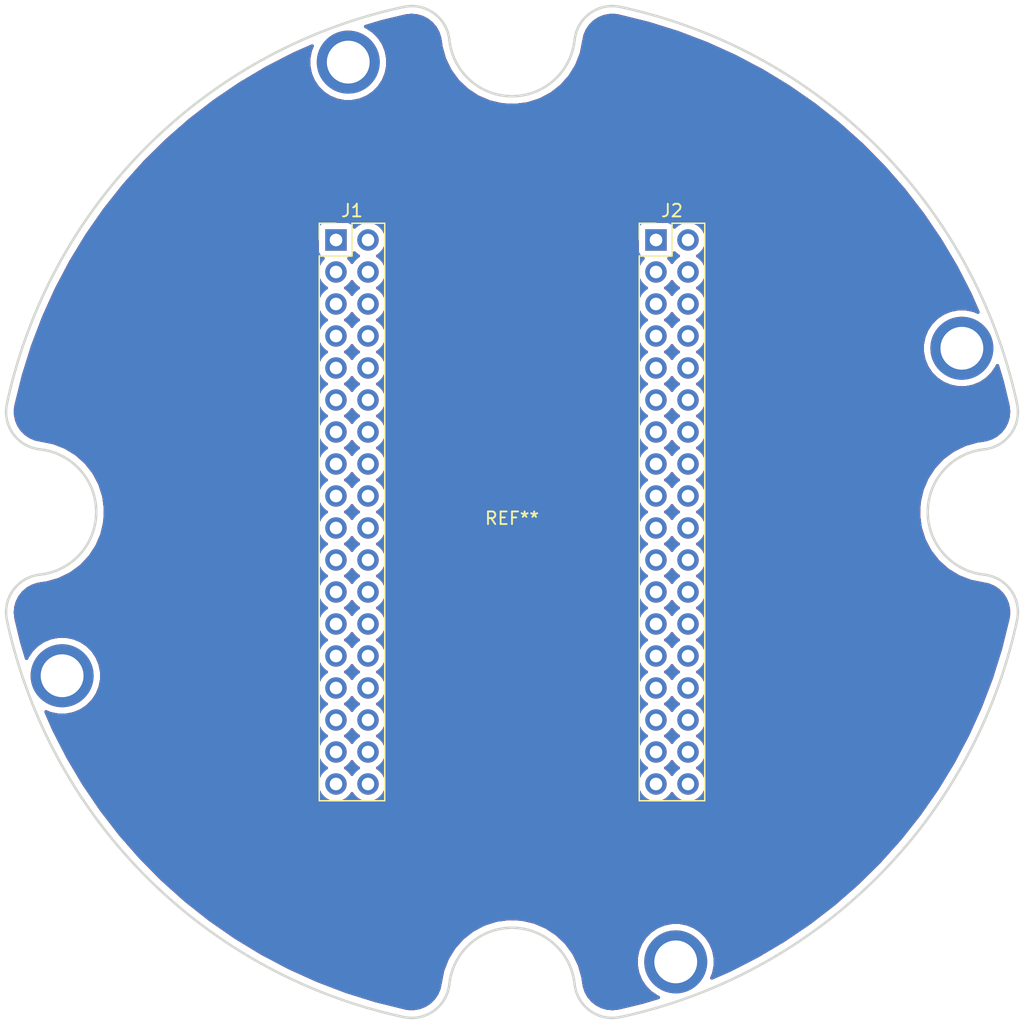
<source format=kicad_pcb>
(kicad_pcb (version 20171130) (host pcbnew "(5.1.4)-1")
  (layers (0 F.Cu signal) (31 B.Cu signal) (34 B.Paste user) (35 F.Paste user) (36 B.SilkS user) (37 F.SilkS user) (38 B.Mask user) (39 F.Mask user) (44 Edge.Cuts user))
  (net 0 "")
  (net 1 "Net-(J1-Pad1)")
  (net 2 "Net-(J1-Pad2)")
  (net 3 "Net-(J1-Pad3)")
  (net 4 "Net-(J1-Pad4)")
  (net 5 "Net-(J1-Pad5)")
  (net 6 "Net-(J1-Pad6)")
  (net 7 "Net-(J1-Pad7)")
  (net 8 "Net-(J1-Pad8)")
  (net 9 "Net-(J1-Pad9)")
  (net 10 "Net-(J1-Pad10)")
  (net 11 "Net-(J1-Pad11)")
  (net 12 "Net-(J1-Pad12)")
  (net 13 "Net-(J1-Pad13)")
  (net 14 "Net-(J1-Pad14)")
  (net 15 "Net-(J1-Pad15)")
  (net 16 "Net-(J1-Pad16)")
  (net 17 "Net-(J1-Pad17)")
  (net 18 "Net-(J1-Pad18)")
  (net 19 "Net-(J1-Pad19)")
  (net 20 "Net-(J1-Pad20)")
  (net 21 "Net-(J1-Pad21)")
  (net 22 "Net-(J1-Pad22)")
  (net 23 "Net-(J1-Pad23)")
  (net 24 "Net-(J1-Pad24)")
  (net 25 "Net-(J1-Pad25)")
  (net 26 "Net-(J1-Pad26)")
  (net 27 "Net-(J1-Pad27)")
  (net 28 "Net-(J1-Pad28)")
  (net 29 "Net-(J1-Pad29)")
  (net 30 "Net-(J1-Pad30)")
  (net 31 "Net-(J1-Pad31)")
  (net 32 "Net-(J1-Pad32)")
  (net 33 "Net-(J1-Pad33)")
  (net 34 "Net-(J1-Pad34)")
  (net 35 "Net-(J1-Pad35)")
  (net 36 "Net-(J1-Pad36)")
  (net 37 "Net-(J2-Pad36)")
  (net 38 "Net-(J2-Pad35)")
  (net 39 "Net-(J2-Pad34)")
  (net 40 "Net-(J2-Pad33)")
  (net 41 "Net-(J2-Pad32)")
  (net 42 "Net-(J2-Pad31)")
  (net 43 "Net-(J2-Pad30)")
  (net 44 "Net-(J2-Pad29)")
  (net 45 "Net-(J2-Pad28)")
  (net 46 "Net-(J2-Pad27)")
  (net 47 "Net-(J2-Pad26)")
  (net 48 "Net-(J2-Pad25)")
  (net 49 "Net-(J2-Pad24)")
  (net 50 "Net-(J2-Pad23)")
  (net 51 "Net-(J2-Pad22)")
  (net 52 "Net-(J2-Pad21)")
  (net 53 "Net-(J2-Pad20)")
  (net 54 "Net-(J2-Pad19)")
  (net 55 "Net-(J2-Pad18)")
  (net 56 "Net-(J2-Pad17)")
  (net 57 "Net-(J2-Pad16)")
  (net 58 "Net-(J2-Pad15)")
  (net 59 "Net-(J2-Pad14)")
  (net 60 "Net-(J2-Pad13)")
  (net 61 "Net-(J2-Pad12)")
  (net 62 "Net-(J2-Pad11)")
  (net 63 "Net-(J2-Pad10)")
  (net 64 "Net-(J2-Pad9)")
  (net 65 "Net-(J2-Pad8)")
  (net 66 "Net-(J2-Pad7)")
  (net 67 "Net-(J2-Pad6)")
  (net 68 "Net-(J2-Pad5)")
  (net 69 "Net-(J2-Pad4)")
  (net 70 "Net-(J2-Pad3)")
  (net 71 "Net-(J2-Pad2)")
  (net 72 "Net-(J2-Pad1)")
  (module k7arx:AVB88-PCB (layer F.Cu) (at 152.4 101.6)
    (fp_text reference REF** (at 0 0.5) (layer F.SilkS))
    (fp_text value AVB88-PCB)
    (fp_arc (start -38 0) (end -37.473684 4.972222) (angle -167.9153432) (layer Edge.Cuts) (width 0.2))
    (fp_arc (start -37.157894 7.955555) (end -37.473684 4.972222) (angle -96.04232842) (layer Edge.Cuts) (width 0.2))
    (fp_arc (start 0 -38) (end -4.972222 -37.473684) (angle -167.9153432) (layer Edge.Cuts) (width 0.2))
    (fp_arc (start 0 0) (end 40.091412 -8.583625) (angle -65.83068632) (layer Edge.Cuts) (width 0.2))
    (fp_arc (start 0 0) (end -40.091412 8.583625) (angle -65.83068632) (layer Edge.Cuts) (width 0.2))
    (fp_arc (start 0 0) (end -8.583625 -40.091412) (angle -65.83068632) (layer Edge.Cuts) (width 0.2))
    (fp_arc (start 7.955555 37.157894) (end 4.972222 37.473684) (angle -96.04232842) (layer Edge.Cuts) (width 0.2))
    (fp_arc (start -37.157894 -7.955555) (end -40.091412 -8.583625) (angle -96.04232842) (layer Edge.Cuts) (width 0.2))
    (fp_arc (start -7.955555 37.157894) (end -8.583625 40.091412) (angle -96.04232842) (layer Edge.Cuts) (width 0.2))
    (fp_arc (start 37.157894 -7.955555) (end 37.473684 -4.972222) (angle -96.04232842) (layer Edge.Cuts) (width 0.2))
    (fp_arc (start 7.955555 -37.157894) (end 8.583625 -40.091412) (angle -96.04232842) (layer Edge.Cuts) (width 0.2))
    (fp_arc (start -7.955555 -37.157894) (end -4.972222 -37.473684) (angle -96.04232842) (layer Edge.Cuts) (width 0.2))
    (fp_arc (start 37.157894 7.955555) (end 40.091412 8.583625) (angle -96.04232842) (layer Edge.Cuts) (width 0.2))
    (fp_arc (start 0 38) (end 4.972222 37.473684) (angle -167.9153432) (layer Edge.Cuts) (width 0.2))
    (fp_arc (start 0 0) (end 8.583625 40.091412) (angle -65.83068632) (layer Edge.Cuts) (width 0.2))
    (fp_arc (start 38 0) (end 37.473684 -4.972222) (angle -167.9153432) (layer Edge.Cuts) (width 0.2))
    (pad 0 thru_hole circle (at 12.996765 35.70832) (size 5 5) (drill 3.4) (layers *.Cu *.Mask))
    (pad 0 thru_hole circle (at 35.70832 -12.996765) (size 5 5) (drill 3.4) (layers *.Cu *.Mask))
    (pad 0 thru_hole circle (at -35.70832 12.996765) (size 5 5) (drill 3.4) (layers *.Cu *.Mask))
    (pad 0 thru_hole circle (at -12.996765 -35.70832) (size 5 5) (drill 3.4) (layers *.Cu *.Mask))
  )
  (module Pin_Headers:Pin_Header_Straight_2x18_Pitch2.54mm (layer F.Cu) (at 138.43 80.01)
    (fp_text reference J1 (at 1.27 -2.33) (layer F.SilkS))
    (fp_text value Conn_02x18_Odd_Even)
    (fp_line (start -1.33 44.51) (end 3.87 44.51) (layer F.SilkS) (width 0.12))
    (fp_line (start -1.33 1.27) (end -1.33 44.51) (layer F.SilkS) (width 0.12))
    (fp_line (start 3.87 -1.33) (end 3.87 44.51) (layer F.SilkS) (width 0.12))
    (fp_line (start -1.33 1.27) (end 1.27 1.27) (layer F.SilkS) (width 0.12))
    (fp_line (start 1.27 1.27) (end 1.27 -1.33) (layer F.SilkS) (width 0.12))
    (fp_line (start 1.27 -1.33) (end 3.87 -1.33) (layer F.SilkS) (width 0.12))
    (fp_line (start -1.33 0) (end -1.33 -1.33) (layer F.SilkS) (width 0.12))
    (fp_line (start -1.33 -1.33) (end 0 -1.33) (layer F.SilkS) (width 0.12))
    (pad 1 thru_hole rect (at 0 0) (size 1.7 1.7) (drill 1) (layers *.Cu *.Mask) (net 1 "Net-(J1-Pad1)"))
    (pad 2 thru_hole oval (at 2.54 0) (size 1.7 1.7) (drill 1) (layers *.Cu *.Mask) (net 2 "Net-(J1-Pad2)"))
    (pad 3 thru_hole oval (at 0 2.54) (size 1.7 1.7) (drill 1) (layers *.Cu *.Mask) (net 3 "Net-(J1-Pad3)"))
    (pad 4 thru_hole oval (at 2.54 2.54) (size 1.7 1.7) (drill 1) (layers *.Cu *.Mask) (net 4 "Net-(J1-Pad4)"))
    (pad 5 thru_hole oval (at 0 5.08) (size 1.7 1.7) (drill 1) (layers *.Cu *.Mask) (net 5 "Net-(J1-Pad5)"))
    (pad 6 thru_hole oval (at 2.54 5.08) (size 1.7 1.7) (drill 1) (layers *.Cu *.Mask) (net 6 "Net-(J1-Pad6)"))
    (pad 7 thru_hole oval (at 0 7.62) (size 1.7 1.7) (drill 1) (layers *.Cu *.Mask) (net 7 "Net-(J1-Pad7)"))
    (pad 8 thru_hole oval (at 2.54 7.62) (size 1.7 1.7) (drill 1) (layers *.Cu *.Mask) (net 8 "Net-(J1-Pad8)"))
    (pad 9 thru_hole oval (at 0 10.16) (size 1.7 1.7) (drill 1) (layers *.Cu *.Mask) (net 9 "Net-(J1-Pad9)"))
    (pad 10 thru_hole oval (at 2.54 10.16) (size 1.7 1.7) (drill 1) (layers *.Cu *.Mask) (net 10 "Net-(J1-Pad10)"))
    (pad 11 thru_hole oval (at 0 12.7) (size 1.7 1.7) (drill 1) (layers *.Cu *.Mask) (net 11 "Net-(J1-Pad11)"))
    (pad 12 thru_hole oval (at 2.54 12.7) (size 1.7 1.7) (drill 1) (layers *.Cu *.Mask) (net 12 "Net-(J1-Pad12)"))
    (pad 13 thru_hole oval (at 0 15.24) (size 1.7 1.7) (drill 1) (layers *.Cu *.Mask) (net 13 "Net-(J1-Pad13)"))
    (pad 14 thru_hole oval (at 2.54 15.24) (size 1.7 1.7) (drill 1) (layers *.Cu *.Mask) (net 14 "Net-(J1-Pad14)"))
    (pad 15 thru_hole oval (at 0 17.78) (size 1.7 1.7) (drill 1) (layers *.Cu *.Mask) (net 15 "Net-(J1-Pad15)"))
    (pad 16 thru_hole oval (at 2.54 17.78) (size 1.7 1.7) (drill 1) (layers *.Cu *.Mask) (net 16 "Net-(J1-Pad16)"))
    (pad 17 thru_hole oval (at 0 20.32) (size 1.7 1.7) (drill 1) (layers *.Cu *.Mask) (net 17 "Net-(J1-Pad17)"))
    (pad 18 thru_hole oval (at 2.54 20.32) (size 1.7 1.7) (drill 1) (layers *.Cu *.Mask) (net 18 "Net-(J1-Pad18)"))
    (pad 19 thru_hole oval (at 0 22.86) (size 1.7 1.7) (drill 1) (layers *.Cu *.Mask) (net 19 "Net-(J1-Pad19)"))
    (pad 20 thru_hole oval (at 2.54 22.86) (size 1.7 1.7) (drill 1) (layers *.Cu *.Mask) (net 20 "Net-(J1-Pad20)"))
    (pad 21 thru_hole oval (at 0 25.4) (size 1.7 1.7) (drill 1) (layers *.Cu *.Mask) (net 21 "Net-(J1-Pad21)"))
    (pad 22 thru_hole oval (at 2.54 25.4) (size 1.7 1.7) (drill 1) (layers *.Cu *.Mask) (net 22 "Net-(J1-Pad22)"))
    (pad 23 thru_hole oval (at 0 27.94) (size 1.7 1.7) (drill 1) (layers *.Cu *.Mask) (net 23 "Net-(J1-Pad23)"))
    (pad 24 thru_hole oval (at 2.54 27.94) (size 1.7 1.7) (drill 1) (layers *.Cu *.Mask) (net 24 "Net-(J1-Pad24)"))
    (pad 25 thru_hole oval (at 0 30.48) (size 1.7 1.7) (drill 1) (layers *.Cu *.Mask) (net 25 "Net-(J1-Pad25)"))
    (pad 26 thru_hole oval (at 2.54 30.48) (size 1.7 1.7) (drill 1) (layers *.Cu *.Mask) (net 26 "Net-(J1-Pad26)"))
    (pad 27 thru_hole oval (at 0 33.02) (size 1.7 1.7) (drill 1) (layers *.Cu *.Mask) (net 27 "Net-(J1-Pad27)"))
    (pad 28 thru_hole oval (at 2.54 33.02) (size 1.7 1.7) (drill 1) (layers *.Cu *.Mask) (net 28 "Net-(J1-Pad28)"))
    (pad 29 thru_hole oval (at 0 35.56) (size 1.7 1.7) (drill 1) (layers *.Cu *.Mask) (net 29 "Net-(J1-Pad29)"))
    (pad 30 thru_hole oval (at 2.54 35.56) (size 1.7 1.7) (drill 1) (layers *.Cu *.Mask) (net 30 "Net-(J1-Pad30)"))
    (pad 31 thru_hole oval (at 0 38.1) (size 1.7 1.7) (drill 1) (layers *.Cu *.Mask) (net 31 "Net-(J1-Pad31)"))
    (pad 32 thru_hole oval (at 2.54 38.1) (size 1.7 1.7) (drill 1) (layers *.Cu *.Mask) (net 32 "Net-(J1-Pad32)"))
    (pad 33 thru_hole oval (at 0 40.64) (size 1.7 1.7) (drill 1) (layers *.Cu *.Mask) (net 33 "Net-(J1-Pad33)"))
    (pad 34 thru_hole oval (at 2.54 40.64) (size 1.7 1.7) (drill 1) (layers *.Cu *.Mask) (net 34 "Net-(J1-Pad34)"))
    (pad 35 thru_hole oval (at 0 43.18) (size 1.7 1.7) (drill 1) (layers *.Cu *.Mask) (net 35 "Net-(J1-Pad35)"))
    (pad 36 thru_hole oval (at 2.54 43.18) (size 1.7 1.7) (drill 1) (layers *.Cu *.Mask) (net 36 "Net-(J1-Pad36)"))
  )
  (module Pin_Headers:Pin_Header_Straight_2x18_Pitch2.54mm (layer F.Cu) (at 163.83 80.01)
    (fp_text reference J2 (at 1.27 -2.33) (layer F.SilkS))
    (fp_text value Conn_02x18_Odd_Even)
    (fp_line (start -1.33 -1.33) (end 0 -1.33) (layer F.SilkS) (width 0.12))
    (fp_line (start -1.33 0) (end -1.33 -1.33) (layer F.SilkS) (width 0.12))
    (fp_line (start 1.27 -1.33) (end 3.87 -1.33) (layer F.SilkS) (width 0.12))
    (fp_line (start 1.27 1.27) (end 1.27 -1.33) (layer F.SilkS) (width 0.12))
    (fp_line (start -1.33 1.27) (end 1.27 1.27) (layer F.SilkS) (width 0.12))
    (fp_line (start 3.87 -1.33) (end 3.87 44.51) (layer F.SilkS) (width 0.12))
    (fp_line (start -1.33 1.27) (end -1.33 44.51) (layer F.SilkS) (width 0.12))
    (fp_line (start -1.33 44.51) (end 3.87 44.51) (layer F.SilkS) (width 0.12))
    (pad 36 thru_hole oval (at 2.54 43.18) (size 1.7 1.7) (drill 1) (layers *.Cu *.Mask) (net 37 "Net-(J2-Pad36)"))
    (pad 35 thru_hole oval (at 0 43.18) (size 1.7 1.7) (drill 1) (layers *.Cu *.Mask) (net 38 "Net-(J2-Pad35)"))
    (pad 34 thru_hole oval (at 2.54 40.64) (size 1.7 1.7) (drill 1) (layers *.Cu *.Mask) (net 39 "Net-(J2-Pad34)"))
    (pad 33 thru_hole oval (at 0 40.64) (size 1.7 1.7) (drill 1) (layers *.Cu *.Mask) (net 40 "Net-(J2-Pad33)"))
    (pad 32 thru_hole oval (at 2.54 38.1) (size 1.7 1.7) (drill 1) (layers *.Cu *.Mask) (net 41 "Net-(J2-Pad32)"))
    (pad 31 thru_hole oval (at 0 38.1) (size 1.7 1.7) (drill 1) (layers *.Cu *.Mask) (net 42 "Net-(J2-Pad31)"))
    (pad 30 thru_hole oval (at 2.54 35.56) (size 1.7 1.7) (drill 1) (layers *.Cu *.Mask) (net 43 "Net-(J2-Pad30)"))
    (pad 29 thru_hole oval (at 0 35.56) (size 1.7 1.7) (drill 1) (layers *.Cu *.Mask) (net 44 "Net-(J2-Pad29)"))
    (pad 28 thru_hole oval (at 2.54 33.02) (size 1.7 1.7) (drill 1) (layers *.Cu *.Mask) (net 45 "Net-(J2-Pad28)"))
    (pad 27 thru_hole oval (at 0 33.02) (size 1.7 1.7) (drill 1) (layers *.Cu *.Mask) (net 46 "Net-(J2-Pad27)"))
    (pad 26 thru_hole oval (at 2.54 30.48) (size 1.7 1.7) (drill 1) (layers *.Cu *.Mask) (net 47 "Net-(J2-Pad26)"))
    (pad 25 thru_hole oval (at 0 30.48) (size 1.7 1.7) (drill 1) (layers *.Cu *.Mask) (net 48 "Net-(J2-Pad25)"))
    (pad 24 thru_hole oval (at 2.54 27.94) (size 1.7 1.7) (drill 1) (layers *.Cu *.Mask) (net 49 "Net-(J2-Pad24)"))
    (pad 23 thru_hole oval (at 0 27.94) (size 1.7 1.7) (drill 1) (layers *.Cu *.Mask) (net 50 "Net-(J2-Pad23)"))
    (pad 22 thru_hole oval (at 2.54 25.4) (size 1.7 1.7) (drill 1) (layers *.Cu *.Mask) (net 51 "Net-(J2-Pad22)"))
    (pad 21 thru_hole oval (at 0 25.4) (size 1.7 1.7) (drill 1) (layers *.Cu *.Mask) (net 52 "Net-(J2-Pad21)"))
    (pad 20 thru_hole oval (at 2.54 22.86) (size 1.7 1.7) (drill 1) (layers *.Cu *.Mask) (net 53 "Net-(J2-Pad20)"))
    (pad 19 thru_hole oval (at 0 22.86) (size 1.7 1.7) (drill 1) (layers *.Cu *.Mask) (net 54 "Net-(J2-Pad19)"))
    (pad 18 thru_hole oval (at 2.54 20.32) (size 1.7 1.7) (drill 1) (layers *.Cu *.Mask) (net 55 "Net-(J2-Pad18)"))
    (pad 17 thru_hole oval (at 0 20.32) (size 1.7 1.7) (drill 1) (layers *.Cu *.Mask) (net 56 "Net-(J2-Pad17)"))
    (pad 16 thru_hole oval (at 2.54 17.78) (size 1.7 1.7) (drill 1) (layers *.Cu *.Mask) (net 57 "Net-(J2-Pad16)"))
    (pad 15 thru_hole oval (at 0 17.78) (size 1.7 1.7) (drill 1) (layers *.Cu *.Mask) (net 58 "Net-(J2-Pad15)"))
    (pad 14 thru_hole oval (at 2.54 15.24) (size 1.7 1.7) (drill 1) (layers *.Cu *.Mask) (net 59 "Net-(J2-Pad14)"))
    (pad 13 thru_hole oval (at 0 15.24) (size 1.7 1.7) (drill 1) (layers *.Cu *.Mask) (net 60 "Net-(J2-Pad13)"))
    (pad 12 thru_hole oval (at 2.54 12.7) (size 1.7 1.7) (drill 1) (layers *.Cu *.Mask) (net 61 "Net-(J2-Pad12)"))
    (pad 11 thru_hole oval (at 0 12.7) (size 1.7 1.7) (drill 1) (layers *.Cu *.Mask) (net 62 "Net-(J2-Pad11)"))
    (pad 10 thru_hole oval (at 2.54 10.16) (size 1.7 1.7) (drill 1) (layers *.Cu *.Mask) (net 63 "Net-(J2-Pad10)"))
    (pad 9 thru_hole oval (at 0 10.16) (size 1.7 1.7) (drill 1) (layers *.Cu *.Mask) (net 64 "Net-(J2-Pad9)"))
    (pad 8 thru_hole oval (at 2.54 7.62) (size 1.7 1.7) (drill 1) (layers *.Cu *.Mask) (net 65 "Net-(J2-Pad8)"))
    (pad 7 thru_hole oval (at 0 7.62) (size 1.7 1.7) (drill 1) (layers *.Cu *.Mask) (net 66 "Net-(J2-Pad7)"))
    (pad 6 thru_hole oval (at 2.54 5.08) (size 1.7 1.7) (drill 1) (layers *.Cu *.Mask) (net 67 "Net-(J2-Pad6)"))
    (pad 5 thru_hole oval (at 0 5.08) (size 1.7 1.7) (drill 1) (layers *.Cu *.Mask) (net 68 "Net-(J2-Pad5)"))
    (pad 4 thru_hole oval (at 2.54 2.54) (size 1.7 1.7) (drill 1) (layers *.Cu *.Mask) (net 69 "Net-(J2-Pad4)"))
    (pad 3 thru_hole oval (at 0 2.54) (size 1.7 1.7) (drill 1) (layers *.Cu *.Mask) (net 70 "Net-(J2-Pad3)"))
    (pad 2 thru_hole oval (at 2.54 0) (size 1.7 1.7) (drill 1) (layers *.Cu *.Mask) (net 71 "Net-(J2-Pad2)"))
    (pad 1 thru_hole rect (at 0 0) (size 1.7 1.7) (drill 1) (layers *.Cu *.Mask) (net 72 "Net-(J2-Pad1)"))
  )
  (zone (net 0) (net_name "") (layer F.Cu) (connect_pads (clearance 0.508)) (min_thickness 0.254) (fill yes (arc_segments 32) (thermal_gap 0.508) (thermal_bridge_width 0.508))
    (polygon (pts (xy 111.76 60.96) (xy 193.04 60.96) (xy 193.04 142.24) (xy 111.76 142.24)))
  )
  (zone (net 0) (net_name "") (layer F.Cu) (connect_pads (clearance 0.508)) (min_thickness 0.254) (fill yes (arc_segments 32) (thermal_gap 0.508) (thermal_bridge_width 0.508))
    (polygon (pts (xy 111.76 60.96) (xy 193.04 60.96) (xy 193.04 142.24) (xy 111.76 142.24)))
  )
  (zone (net 0) (net_name "") (layer F.Cu) (connect_pads (clearance 0.508)) (min_thickness 0.254) (fill yes (arc_segments 32) (thermal_gap 0.508) (thermal_bridge_width 0.508))
    (polygon (pts (xy 111.76 60.96) (xy 193.04 60.96) (xy 193.04 142.24) (xy 111.76 142.24)))
  )
  (zone (net 0) (net_name "") (layer B.Cu) (connect_pads (clearance 0.508)) (min_thickness 0.254) (fill yes (arc_segments 32) (thermal_gap 0.508) (thermal_bridge_width 0.508))
    (polygon (pts (xy 111.76 60.96) (xy 193.04 60.96) (xy 193.04 142.24) (xy 111.76 142.24)))
  )
)
</source>
